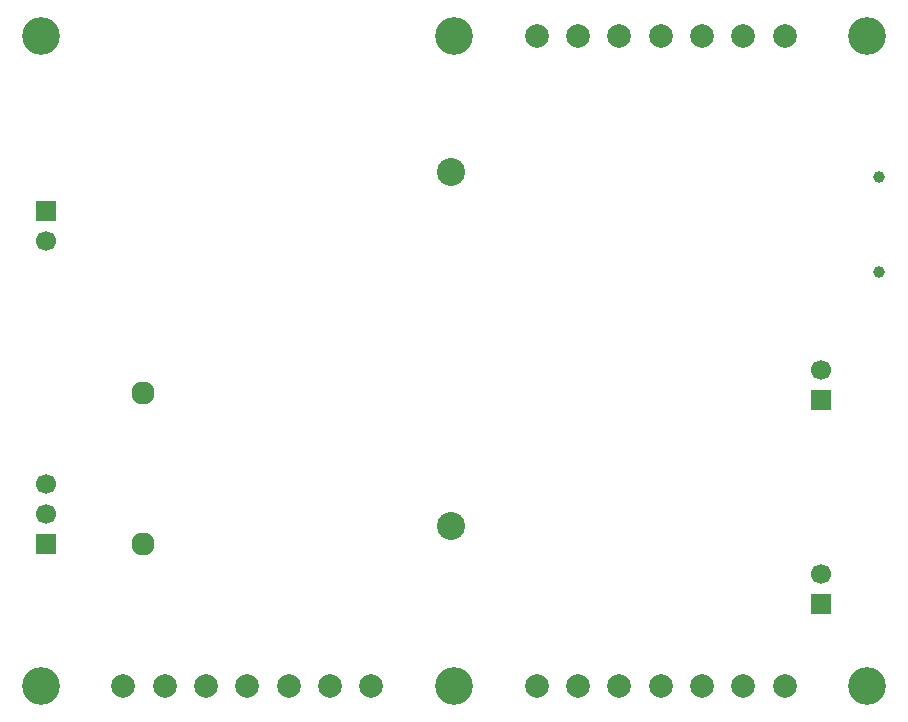
<source format=gbs>
%TF.GenerationSoftware,KiCad,Pcbnew,9.0.1*%
%TF.CreationDate,2025-04-18T15:20:57+02:00*%
%TF.ProjectId,random_sampler,72616e64-6f6d-45f7-9361-6d706c65722e,rev?*%
%TF.SameCoordinates,Original*%
%TF.FileFunction,Soldermask,Bot*%
%TF.FilePolarity,Negative*%
%FSLAX46Y46*%
G04 Gerber Fmt 4.6, Leading zero omitted, Abs format (unit mm)*
G04 Created by KiCad (PCBNEW 9.0.1) date 2025-04-18 15:20:57*
%MOMM*%
%LPD*%
G01*
G04 APERTURE LIST*
%ADD10R,1.700000X1.700000*%
%ADD11C,1.700000*%
%ADD12C,2.000000*%
%ADD13C,3.200000*%
%ADD14C,1.000000*%
%ADD15C,2.370000*%
%ADD16C,1.959000*%
G04 APERTURE END LIST*
D10*
%TO.C,J2*%
X5500000Y-19775000D03*
D11*
X5500000Y-22315000D03*
%TD*%
D12*
%TO.C,TP15*%
X64500000Y-60000000D03*
%TD*%
%TO.C,TP17*%
X61000000Y-60000000D03*
%TD*%
%TO.C,TP11*%
X57500000Y-5000000D03*
%TD*%
%TO.C,TP1*%
X12000000Y-60000000D03*
%TD*%
D13*
%TO.C,H4*%
X5000000Y-60000000D03*
%TD*%
D12*
%TO.C,TP12*%
X64500000Y-5000000D03*
%TD*%
D14*
%TO.C,J1*%
X75950000Y-24950000D03*
X75950000Y-16950000D03*
%TD*%
D13*
%TO.C,H5*%
X40000000Y-60000000D03*
%TD*%
D12*
%TO.C,TP19*%
X68000000Y-60000000D03*
%TD*%
%TO.C,TP6*%
X26000000Y-60000000D03*
%TD*%
%TO.C,TP13*%
X61000000Y-5000000D03*
%TD*%
%TO.C,TP10*%
X54000000Y-5000000D03*
%TD*%
%TO.C,TP14*%
X54000000Y-60000000D03*
%TD*%
%TO.C,TP9*%
X50500000Y-5000000D03*
%TD*%
%TO.C,TP7*%
X47000000Y-60000000D03*
%TD*%
%TO.C,TP4*%
X22500000Y-60000000D03*
%TD*%
%TO.C,TP8*%
X50500000Y-60000000D03*
%TD*%
D10*
%TO.C,J4*%
X71100000Y-35800000D03*
D11*
X71100000Y-33260000D03*
%TD*%
D10*
%TO.C,SW2*%
X5500000Y-48000000D03*
D11*
X5500000Y-45460000D03*
X5500000Y-42920000D03*
%TD*%
D12*
%TO.C,TP20*%
X29500000Y-60000000D03*
%TD*%
%TO.C,TP2*%
X15500000Y-60000000D03*
%TD*%
D13*
%TO.C,H2*%
X40000000Y-5000000D03*
%TD*%
%TO.C,H6*%
X75000000Y-60000000D03*
%TD*%
%TO.C,H3*%
X75000000Y-5000000D03*
%TD*%
D12*
%TO.C,TP18*%
X33000000Y-60000000D03*
%TD*%
%TO.C,TP21*%
X47000000Y-5000000D03*
%TD*%
D13*
%TO.C,H1*%
X5000000Y-5000000D03*
%TD*%
D12*
%TO.C,TP3*%
X19000000Y-60000000D03*
%TD*%
%TO.C,TP16*%
X57500000Y-60000000D03*
%TD*%
D10*
%TO.C,J3*%
X71100000Y-53040000D03*
D11*
X71100000Y-50500000D03*
%TD*%
D12*
%TO.C,TP5*%
X68000000Y-5000000D03*
%TD*%
D15*
%TO.C,BT1*%
X39750000Y-46500000D03*
X39750000Y-16500000D03*
D16*
X13680000Y-48000000D03*
X13680000Y-35200000D03*
%TD*%
M02*

</source>
